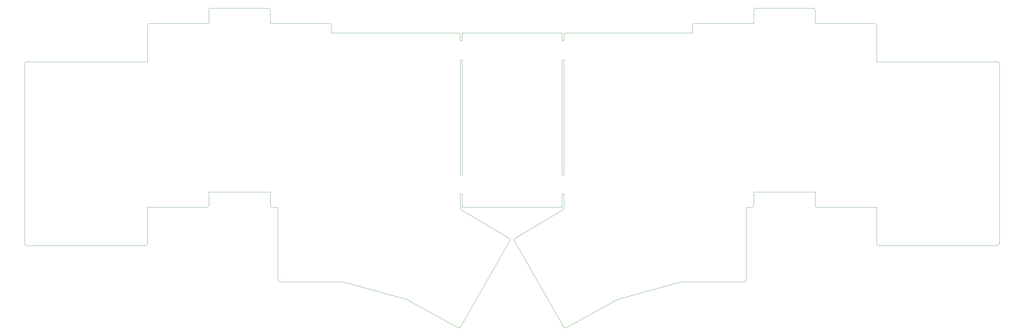
<source format=gbr>
%TF.GenerationSoftware,KiCad,Pcbnew,7.0.2-6a45011f42~172~ubuntu22.04.1*%
%TF.CreationDate,2023-05-03T16:22:18+02:00*%
%TF.ProjectId,bottom,626f7474-6f6d-42e6-9b69-6361645f7063,rev?*%
%TF.SameCoordinates,Original*%
%TF.FileFunction,Profile,NP*%
%FSLAX46Y46*%
G04 Gerber Fmt 4.6, Leading zero omitted, Abs format (unit mm)*
G04 Created by KiCad (PCBNEW 7.0.2-6a45011f42~172~ubuntu22.04.1) date 2023-05-03 16:22:18*
%MOMM*%
%LPD*%
G01*
G04 APERTURE LIST*
%TA.AperFunction,Profile*%
%ADD10C,0.100000*%
%TD*%
G04 APERTURE END LIST*
D10*
X187270932Y-82832433D02*
X187866245Y-82832429D01*
X219417837Y-171955015D02*
G75*
G03*
X220013148Y-172129380I446563J421215D01*
G01*
X186675618Y-80451177D02*
X147384962Y-80451179D01*
X204114067Y-144324040D02*
G75*
G03*
X203939697Y-144744983I421433J-421160D01*
G01*
X187270933Y-88785562D02*
X187866247Y-88785560D01*
X187270932Y-130457469D02*
X187866244Y-130457470D01*
X187270932Y-89380873D02*
X187270933Y-88785562D01*
X52730193Y-89380883D02*
G75*
G03*
X52134883Y-89976188I107J-595417D01*
G01*
X278949133Y-72712120D02*
G75*
G03*
X278353820Y-73307421I-133J-595180D01*
G01*
X219417833Y-135219973D02*
X204114058Y-144324031D01*
X128334938Y-134029346D02*
G75*
G03*
X128930260Y-134624662I595262J-54D01*
G01*
X109284929Y-73307423D02*
X109284930Y-77474614D01*
X187270932Y-81046492D02*
X187270932Y-82832433D01*
X147384989Y-78069927D02*
G75*
G03*
X146789650Y-77474611I-595289J27D01*
G01*
X259303805Y-80451177D02*
X220013146Y-80451177D01*
X202574708Y-144324033D02*
X187270931Y-135219976D01*
X130716233Y-157246553D02*
G75*
G03*
X131311510Y-157841867I595367J53D01*
G01*
X146789650Y-77474611D02*
X128334947Y-77474617D01*
X218822519Y-124504342D02*
X218822521Y-88785561D01*
X128334892Y-73307421D02*
G75*
G03*
X127739631Y-72712108I-595192J121D01*
G01*
X90830224Y-77474613D02*
G75*
G03*
X90234913Y-78069927I-24J-595287D01*
G01*
X187866241Y-80451181D02*
X187866245Y-82832429D01*
X316453856Y-134624661D02*
X316453853Y-145935610D01*
X109284930Y-77474614D02*
X90830224Y-77474612D01*
X90234913Y-78069927D02*
X90234913Y-89380875D01*
X255731930Y-157841870D02*
X275377255Y-157841868D01*
X90234911Y-134624660D02*
X108689619Y-134624658D01*
X297403838Y-77474612D02*
X297403834Y-73307423D01*
X316453784Y-78069926D02*
G75*
G03*
X315858541Y-77474616I-595184J126D01*
G01*
X277758507Y-134624721D02*
G75*
G03*
X278353821Y-134029347I-307J595621D01*
G01*
X278353820Y-73307421D02*
X278353818Y-77474614D01*
X187866246Y-134624661D02*
X218822522Y-134624660D01*
X109284931Y-129862156D02*
X128334946Y-129862157D01*
X275972566Y-157246554D02*
X275972567Y-134624662D01*
X187270930Y-171955016D02*
X202749069Y-144744983D01*
X218822522Y-80451177D02*
X187866241Y-80451181D01*
X128334947Y-77474617D02*
X128334945Y-73307421D01*
X130716197Y-134624662D02*
X130716197Y-157246553D01*
X187270930Y-124504342D02*
X187270932Y-89380873D01*
X218822522Y-134624660D02*
X218822522Y-130457469D01*
X150956839Y-157841865D02*
X170602168Y-163199686D01*
X186675627Y-172129349D02*
G75*
G03*
X187270930Y-171955016I148773J595549D01*
G01*
X275377255Y-157841866D02*
G75*
G03*
X275972566Y-157246554I45J595266D01*
G01*
X219417833Y-124504337D02*
X218822519Y-124504342D01*
X296808525Y-72712107D02*
X278949133Y-72712110D01*
X90234913Y-89380875D02*
X52730193Y-89380873D01*
X109880241Y-72712029D02*
G75*
G03*
X109284929Y-73307423I59J-595371D01*
G01*
X203939697Y-144744983D02*
X219417834Y-171955018D01*
X128334946Y-129862157D02*
X128334945Y-134029346D01*
X131311510Y-157841867D02*
X150956839Y-157841865D01*
X297999152Y-134624660D02*
X316453856Y-134624661D01*
X297403840Y-134029346D02*
G75*
G03*
X297999152Y-134624660I595460J146D01*
G01*
X52134883Y-89976188D02*
X52134882Y-145935604D01*
X52134877Y-145935604D02*
G75*
G03*
X52730195Y-146530923I595223J-96D01*
G01*
X170602168Y-163199686D02*
X186675619Y-172129381D01*
X147384962Y-80451179D02*
X147384958Y-78069927D01*
X108689619Y-134624631D02*
G75*
G03*
X109284931Y-134029349I81J595231D01*
G01*
X220013146Y-80451234D02*
G75*
G03*
X219417834Y-81046491I54J-595366D01*
G01*
X187270923Y-81046492D02*
G75*
G03*
X186675618Y-80451177I-595223J92D01*
G01*
X316453855Y-89380873D02*
X316453852Y-78069926D01*
X218822522Y-82832431D02*
X218822522Y-80451177D01*
X89639602Y-146531014D02*
G75*
G03*
X90234914Y-145935606I-2J595314D01*
G01*
X128930260Y-134624662D02*
X130716197Y-134624662D01*
X90234914Y-145935606D02*
X90234911Y-134624660D01*
X219417835Y-82832428D02*
X219417834Y-81046491D01*
X219417833Y-130457467D02*
X219417833Y-135219973D01*
X127739631Y-72712108D02*
X109880241Y-72712110D01*
X187866244Y-130457470D02*
X187866246Y-134624661D01*
X202749071Y-144744983D02*
G75*
G03*
X202574708Y-144324033I-594871J183D01*
G01*
X218822522Y-130457469D02*
X219417833Y-130457467D01*
X109284931Y-134029349D02*
X109284931Y-129862156D01*
X187866247Y-88785560D02*
X187866245Y-89380871D01*
X278353820Y-129862156D02*
X297403836Y-129862154D01*
X218822521Y-88785561D02*
X219417834Y-88785560D01*
X353958570Y-146530983D02*
G75*
G03*
X354553883Y-145935610I-70J595383D01*
G01*
X219417834Y-88785560D02*
X219417833Y-124504337D01*
X187866245Y-89380871D02*
X187866244Y-124504342D01*
X316453879Y-145935610D02*
G75*
G03*
X317049166Y-146530921I595321J10D01*
G01*
X354553883Y-145935610D02*
X354553884Y-89976183D01*
X187866244Y-124504342D02*
X187270930Y-124504342D01*
X275972567Y-134624662D02*
X277758507Y-134624658D01*
X317049166Y-146530921D02*
X353958570Y-146530920D01*
X259303808Y-78069927D02*
X259303805Y-80451177D01*
X354553928Y-89976183D02*
G75*
G03*
X353958571Y-89380872I-595328J-17D01*
G01*
X278353818Y-77474614D02*
X259899122Y-77474610D01*
X278353821Y-134029347D02*
X278353820Y-129862156D01*
X353958571Y-89380872D02*
X316453855Y-89380873D01*
X315858541Y-77474616D02*
X297403838Y-77474612D01*
X52730195Y-146530923D02*
X89639602Y-146530920D01*
X297403893Y-73307423D02*
G75*
G03*
X296808525Y-72712107I-595393J-77D01*
G01*
X297403836Y-129862154D02*
X297403834Y-134029346D01*
X218822522Y-82832431D02*
X219417835Y-82832428D01*
X236086598Y-163199686D02*
X255731930Y-157841870D01*
X187270931Y-135219976D02*
X187270932Y-130457469D01*
X220013148Y-172129380D02*
X236086598Y-163199686D01*
X259899122Y-77474608D02*
G75*
G03*
X259303808Y-78069927I78J-595392D01*
G01*
M02*

</source>
